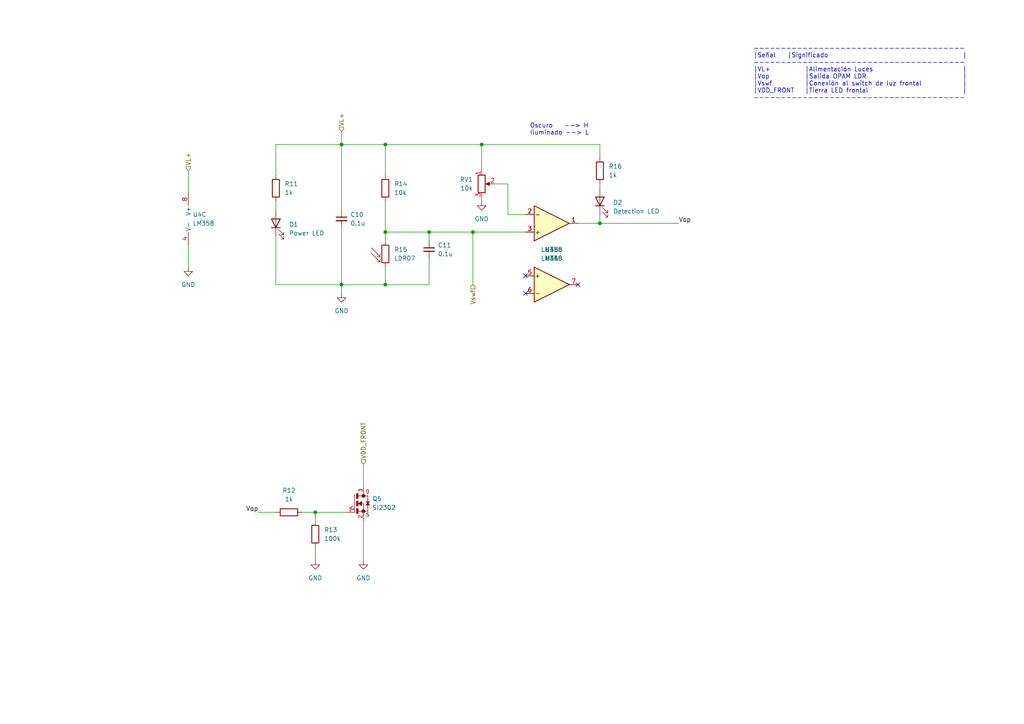
<source format=kicad_sch>
(kicad_sch (version 20230121) (generator eeschema)
  (paper "A4")
  (lib_symbols
    (symbol "Amplifier_Operational:LM358" (pin_names (offset 0.127))
      (property "Reference" "U" (at 0 5.08 0))
      (property "Value" "LM358" (at 0 -5.08 0))
      (symbol "LM358_1_1"
        (polyline (pts (xy -5.08 5.08) (xy 5.08 0) (xy -5.08 -5.08) (xy -5.08 5.08)) (stroke (width 0.254)) (fill (type background)))
        (pin output line (at 7.62 0 180) (length 2.54) (name "~") (number "1"))
        (pin input line (at -7.62 -2.54 0) (length 2.54) (name "-") (number "2"))
        (pin input line (at -7.62 2.54 0) (length 2.54) (name "+") (number "3"))
      )
      (symbol "LM358_2_1"
        (polyline (pts (xy -5.08 5.08) (xy 5.08 0) (xy -5.08 -5.08) (xy -5.08 5.08)) (stroke (width 0.254)) (fill (type background)))
        (pin input line (at -7.62 2.54 0) (length 2.54) (name "+") (number "5"))
        (pin input line (at -7.62 -2.54 0) (length 2.54) (name "-") (number "6"))
        (pin output line (at 7.62 0 180) (length 2.54) (name "~") (number "7"))
      )
      (symbol "LM358_3_1"
        (pin power_in line (at -2.54 -7.62 90) (length 3.81) (name "V-") (number "4"))
        (pin power_in line (at -2.54 7.62 270) (length 3.81) (name "V+") (number "8"))
      )
    )
    (symbol "Device:C_Small" (pin_numbers hide) (pin_names (offset 0.254) hide)
      (property "Reference" "C" (at 0.254 1.778 0))
      (property "Value" "C_Small" (at 0.254 -2.032 0))
      (symbol "C_Small_0_1"
        (polyline (pts (xy -1.524 -0.508) (xy 1.524 -0.508)) (stroke (width 0.3302)))
        (polyline (pts (xy -1.524 0.508) (xy 1.524 0.508)) (stroke (width 0.3048)))
      )
      (symbol "C_Small_1_1"
        (pin passive line (at 0 2.54 270) (length 2.032) (name "~") (number "1"))
        (pin passive line (at 0 -2.54 90) (length 2.032) (name "~") (number "2"))
      )
    )
    (symbol "Device:LED" (pin_numbers hide) (pin_names (offset 1.016) hide)
      (property "Reference" "D" (at 0 2.54 0))
      (property "Value" "LED" (at 0 -2.54 0))
      (symbol "LED_0_1"
        (polyline (pts (xy -1.27 -1.27) (xy -1.27 1.27)) (stroke (width 0.254)))
        (polyline (pts (xy -1.27 0) (xy 1.27 0)))
        (polyline (pts (xy 1.27 -1.27) (xy 1.27 1.27) (xy -1.27 0) (xy 1.27 -1.27)) (stroke (width 0.254)))
        (polyline (pts (xy -3.048 -0.762) (xy -4.572 -2.286) (xy -3.81 -2.286) (xy -4.572 -2.286) (xy -4.572 -1.524)))
        (polyline (pts (xy -1.778 -0.762) (xy -3.302 -2.286) (xy -2.54 -2.286) (xy -3.302 -2.286) (xy -3.302 -1.524)))
      )
      (symbol "LED_1_1"
        (pin passive line (at -3.81 0 0) (length 2.54) (name "K") (number "1"))
        (pin passive line (at 3.81 0 180) (length 2.54) (name "A") (number "2"))
      )
    )
    (symbol "Device:R" (pin_numbers hide) (pin_names (offset 0))
      (property "Reference" "R" (at 2.032 0 90))
      (property "Value" "R" (at 0 0 90))
      (symbol "R_0_1"
        (rectangle (start -1.016 -2.54) (end 1.016 2.54) (stroke (width 0.254)))
      )
      (symbol "R_1_1"
        (pin passive line (at 0 3.81 270) (length 1.27) (name "~") (number "1"))
        (pin passive line (at 0 -3.81 90) (length 1.27) (name "~") (number "2"))
      )
    )
    (symbol "Device:R_Potentiometer" (pin_names (offset 1.016) hide)
      (property "Reference" "RV" (at -4.445 0 90))
      (property "Value" "R_Potentiometer" (at -2.54 0 90))
      (symbol "R_Potentiometer_0_1"
        (polyline (pts (xy 2.54 0) (xy 1.524 0)))
        (polyline (pts (xy 1.143 0) (xy 2.286 0.508) (xy 2.286 -0.508) (xy 1.143 0)) (fill (type outline)))
        (rectangle (start 1.016 2.54) (end -1.016 -2.54) (stroke (width 0.254)))
      )
      (symbol "R_Potentiometer_1_1"
        (pin passive line (at 0 3.81 270) (length 1.27) (name "1") (number "1"))
        (pin passive line (at 3.81 0 180) (length 1.27) (name "2") (number "2"))
        (pin passive line (at 0 -3.81 90) (length 1.27) (name "3") (number "3"))
      )
    )
    (symbol "SI2302:SI2302" (pin_names (offset 1.016))
      (property "Reference" "Q" (at 2.5417 0 0))
      (property "Value" "SI2302" (at 2.5438 -2.5438 0))
      (symbol "SI2302_0_0"
        (rectangle (start -2.035 1.399) (end -1.524 2.921) (stroke (width 0.1)) (fill (type outline)))
        (rectangle (start -2.0335 -2.9232) (end -1.524 -1.397) (stroke (width 0.1)) (fill (type outline)))
        (rectangle (start -2.0336 -0.7626) (end -1.524 0.762) (stroke (width 0.1)) (fill (type outline)))
        (circle (center 0 -2.2225) (radius 0.127) (stroke (width 0.4064)))
        (polyline (pts (xy -2.54 -2.54) (xy -2.54 2.54)) (stroke (width 0.1524)))
        (polyline (pts (xy -1.5875 -2.2225) (xy 0 -2.2225)) (stroke (width 0.1524)))
        (polyline (pts (xy -1.5875 2.2225) (xy 0 2.2225)) (stroke (width 0.1524)))
        (polyline (pts (xy -0.508 0) (xy 0 0)) (stroke (width 0.1524)))
        (polyline (pts (xy 0 -2.2225) (xy 0 -2.54)) (stroke (width 0.1524)))
        (polyline (pts (xy 0 0) (xy 0 -2.2225)) (stroke (width 0.1524)))
        (polyline (pts (xy 0 2.2225) (xy 1.27 2.2225)) (stroke (width 0.1524)))
        (polyline (pts (xy 0 2.54) (xy 0 2.2225)) (stroke (width 0.1524)))
        (polyline (pts (xy 1.27 -2.2225) (xy 0 -2.2225)) (stroke (width 0.1524)))
        (polyline (pts (xy 1.27 2.2225) (xy 1.27 -2.2225)) (stroke (width 0.1524)))
        (polyline (pts (xy -1.524 0) (xy -0.508 0.635) (xy -0.508 -0.635) (xy -1.524 0)) (stroke (width 0.1016)) (fill (type outline)))
        (polyline (pts (xy 1.27 0.3175) (xy 0.762 -0.4445) (xy 1.778 -0.4445) (xy 1.27 0.3175)) (stroke (width 0.1524)) (fill (type outline)))
        (circle (center 0 2.2225) (radius 0.127) (stroke (width 0.4064)))
        (rectangle (start 0.7632 0.318) (end 1.778 0.5715) (stroke (width 0.1)) (fill (type outline)))
        (text "D" (at 0.6361 2.8623 0) (effects (font (size 1.0177 1.0177)) (justify left bottom)))
        (text "G" (at -3.813 -1.9065 0) (effects (font (size 1.0168 1.0168)) (justify left bottom)))
        (text "S" (at 0.6357 -3.8141 0) (effects (font (size 1.0171 1.0171)) (justify left bottom)))
        (pin passive line (at -5.08 -2.54 0) (length 2.54) (name "~") (number "1"))
        (pin passive line (at 0 -5.08 90) (length 2.54) (name "~") (number "2"))
        (pin passive line (at 0 5.08 270) (length 2.54) (name "~") (number "3"))
      )
    )
    (symbol "Sensor_Optical:LDR07" (pin_numbers hide) (pin_names (offset 0))
      (property "Reference" "R" (at -5.08 0 90))
      (property "Value" "LDR07" (at 1.905 0 90))
      (symbol "LDR07_0_1"
        (rectangle (start -1.016 2.54) (end 1.016 -2.54) (stroke (width 0.254)))
        (polyline (pts (xy -1.524 -2.286) (xy -4.064 0.254)))
        (polyline (pts (xy -1.524 -2.286) (xy -2.286 -2.286)))
        (polyline (pts (xy -1.524 -2.286) (xy -1.524 -1.524)))
        (polyline (pts (xy -1.524 -0.762) (xy -4.064 1.778)))
        (polyline (pts (xy -1.524 -0.762) (xy -2.286 -0.762)))
        (polyline (pts (xy -1.524 -0.762) (xy -1.524 0)))
      )
      (symbol "LDR07_1_1"
        (pin passive line (at 0 3.81 270) (length 1.27) (name "~") (number "1"))
        (pin passive line (at 0 -3.81 90) (length 1.27) (name "~") (number "2"))
      )
    )
    (symbol "power:GND" (power) (pin_names (offset 0))
      (property "Value" "GND" (at 0 -3.81 0))
      (symbol "GND_0_1"
        (polyline (pts (xy 0 0) (xy 0 -1.27) (xy 1.27 -1.27) (xy 0 -2.54) (xy -1.27 -1.27) (xy 0 -1.27)))
      )
      (symbol "GND_1_1"
        (pin power_in line (at 0 0 270) (length 0) hide (name "GND") (number "1"))
      )
    )
  )
  (junction (at 99.06 82.55))
  (junction (at 139.7 41.91))
  (junction (at 111.76 41.91))
  (junction (at 173.99 64.77))
  (junction (at 124.46 67.31))
  (junction (at 91.44 148.59))
  (junction (at 99.06 41.91))
  (junction (at 111.76 82.55))
  (junction (at 111.76 67.31))
  (junction (at 137.16 67.31))
  (no_connect (at 152.4 80.01))
  (no_connect (at 152.4 85.09))
  (no_connect (at 167.64 82.55))
  (wire (pts (xy 111.76 41.91) (xy 139.7 41.91)))
  (wire (pts (xy 139.7 57.15) (xy 139.7 58.42)))
  (wire (pts (xy 173.99 62.23) (xy 173.99 64.77)))
  (wire (pts (xy 99.06 82.55) (xy 99.06 85.09)))
  (wire (pts (xy 147.32 62.23) (xy 147.32 53.34)))
  (wire (pts (xy 99.06 82.55) (xy 111.76 82.55)))
  (wire (pts (xy 91.44 158.75) (xy 91.44 162.56)))
  (wire (pts (xy 173.99 53.34) (xy 173.99 54.61)))
  (wire (pts (xy 124.46 74.93) (xy 124.46 82.55)))
  (wire (pts (xy 137.16 67.31) (xy 137.16 82.55)))
  (wire (pts (xy 173.99 64.77) (xy 196.85 64.77)))
  (wire (pts (xy 91.44 148.59) (xy 100.33 148.59)))
  (wire (pts (xy 80.01 50.8) (xy 80.01 41.91)))
  (wire (pts (xy 111.76 67.31) (xy 124.46 67.31)))
  (wire (pts (xy 139.7 41.91) (xy 173.99 41.91)))
  (wire (pts (xy 111.76 41.91) (xy 111.76 50.8)))
  (wire (pts (xy 54.61 71.12) (xy 54.61 77.47)))
  (wire (pts (xy 54.61 49.53) (xy 54.61 55.88)))
  (wire (pts (xy 74.93 148.59) (xy 80.01 148.59)))
  (wire (pts (xy 80.01 68.58) (xy 80.01 82.55)))
  (wire (pts (xy 167.64 64.77) (xy 173.99 64.77)))
  (wire (pts (xy 105.41 151.13) (xy 105.41 162.56)))
  (wire (pts (xy 139.7 41.91) (xy 139.7 49.53)))
  (wire (pts (xy 91.44 148.59) (xy 91.44 151.13)))
  (wire (pts (xy 80.01 58.42) (xy 80.01 60.96)))
  (wire (pts (xy 99.06 66.04) (xy 99.06 82.55)))
  (wire (pts (xy 111.76 82.55) (xy 111.76 77.47)))
  (wire (pts (xy 147.32 62.23) (xy 152.4 62.23)))
  (wire (pts (xy 80.01 41.91) (xy 99.06 41.91)))
  (wire (pts (xy 87.63 148.59) (xy 91.44 148.59)))
  (wire (pts (xy 99.06 60.96) (xy 99.06 41.91)))
  (wire (pts (xy 147.32 53.34) (xy 143.51 53.34)))
  (wire (pts (xy 124.46 69.85) (xy 124.46 67.31)))
  (wire (pts (xy 111.76 69.85) (xy 111.76 67.31)))
  (wire (pts (xy 99.06 38.1) (xy 99.06 41.91)))
  (wire (pts (xy 99.06 41.91) (xy 111.76 41.91)))
  (wire (pts (xy 80.01 82.55) (xy 99.06 82.55)))
  (wire (pts (xy 111.76 58.42) (xy 111.76 67.31)))
  (wire (pts (xy 137.16 67.31) (xy 152.4 67.31)))
  (wire (pts (xy 124.46 67.31) (xy 137.16 67.31)))
  (wire (pts (xy 124.46 82.55) (xy 111.76 82.55)))
  (wire (pts (xy 105.41 134.62) (xy 105.41 140.97)))
  (wire (pts (xy 173.99 41.91) (xy 173.99 45.72)))
  (text "Oscuro 	--> H\nIluminado --> L\n" (at 153.67 39.37 0) (effects (font (size 1.27 1.27)) (justify left bottom)))
  (text "---------------------------------------\n|Señal	|Significado							|\n---------------------------------------\n|VL+ 		|Alimentación Luces					|\n|Vop		|Salida OPAM LDR					|\n|Vswf		|Conexión al switch de luz frontal	|\n|VDD_FRONT	|Tierra LED frontal					|\n---------------------------------------" (at 218.44 29.21 0) (effects (font (size 1.27 1.27)) (justify left bottom)))
  (label "Vop" (at 74.93 148.59 180))
  (label "Vop" (at 196.85 64.77 0))
  (hierarchical_label "VDD_FRONT" (shape input) (at 105.41 134.62 90))
  (hierarchical_label "VL+" (shape input) (at 54.61 49.53 90))
  (hierarchical_label "Vswf" (shape input) (at 137.16 82.55 270))
  (hierarchical_label "VL+" (shape input) (at 99.06 38.1 90))
  (symbol (lib_id "Device:R") (at 91.44 154.94 0) (unit 1)
    (property "Reference" "R13" (at 93.98 153.67 0) (effects (justify left)))
    (property "Value" "100k" (at 93.98 156.21 0) (effects (justify left)))
    (property "Footprint" "Resistor_SMD:R_0805_2012Metric_Pad1.20x1.40mm_HandSolder" (effects hide))
  )
  (symbol (lib_id "Amplifier_Operational:LM358") (at 57.15 63.5 0) (unit 3)
    (property "Reference" "U4" (at 55.88 62.23 0) (effects (justify left)))
    (property "Value" "LM358" (at 55.88 64.77 0) (effects (justify left)))
    (property "Footprint" "Package_SO:SO-8_3.9x4.9mm_P1.27mm" (effects hide))
    (property "Datasheet" "http://www.ti.com/lit/ds/symlink/lm2904-n.pdf" (effects hide))
  )
  (symbol (lib_id "Device:R") (at 80.01 54.61 0) (unit 1)
    (property "Reference" "R11" (at 82.55 53.34 0) (effects (justify left)))
    (property "Value" "1k" (at 82.55 55.88 0) (effects (justify left)))
    (property "Footprint" "Resistor_SMD:R_0805_2012Metric_Pad1.20x1.40mm_HandSolder" (effects hide))
  )
  (symbol (lib_id "Device:LED") (at 173.99 58.42 90) (unit 1)
    (property "Reference" "D2" (at 177.8 58.7375 90) (effects (justify right)))
    (property "Value" "Detection LED" (at 177.8 61.2775 90) (effects (justify right)))
    (property "Footprint" "LED_SMD:LED_1206_3216Metric_Pad1.42x1.75mm_HandSolder" (effects hide))
  )
  (symbol (lib_id "Device:R") (at 83.82 148.59 90) (unit 1)
    (property "Reference" "R12" (at 83.82 142.24 90))
    (property "Value" "1k" (at 83.82 144.78 90))
    (property "Footprint" "Resistor_SMD:R_0805_2012Metric_Pad1.20x1.40mm_HandSolder" (effects hide))
  )
  (symbol (lib_id "power:GND") (at 91.44 162.56 0) (unit 1)
    (property "Reference" "#PWR022" (effects hide))
    (property "Value" "GND" (at 91.44 167.64 0))
  )
  (symbol (lib_id "power:GND") (at 99.06 85.09 0) (unit 1)
    (property "Reference" "#PWR023" (effects hide))
    (property "Value" "GND" (at 99.06 90.17 0))
  )
  (symbol (lib_id "Device:R") (at 111.76 54.61 0) (unit 1)
    (property "Reference" "R14" (at 114.3 53.34 0) (effects (justify left)))
    (property "Value" "10k" (at 114.3 55.88 0) (effects (justify left)))
    (property "Footprint" "Resistor_SMD:R_0805_2012Metric_Pad1.20x1.40mm_HandSolder" (effects hide))
  )
  (symbol (lib_id "power:GND") (at 54.61 77.47 0) (unit 1)
    (property "Reference" "#PWR021" (effects hide))
    (property "Value" "GND" (at 54.61 82.55 0))
  )
  (symbol (lib_id "Device:R") (at 173.99 49.53 0) (unit 1)
    (property "Reference" "R16" (at 176.53 48.26 0) (effects (justify left)))
    (property "Value" "1k" (at 176.53 50.8 0) (effects (justify left)))
    (property "Footprint" "Resistor_SMD:R_0805_2012Metric_Pad1.20x1.40mm_HandSolder" (effects hide))
  )
  (symbol (lib_id "SI2302:SI2302") (at 105.41 146.05 0) (unit 1)
    (property "Reference" "Q5" (at 107.95 144.6751 0) (effects (justify left)))
    (property "Value" "SI2302" (at 107.95 147.2151 0) (effects (justify left)))
    (property "Footprint" "Package_TO_SOT_SMD:SOT-23" (effects hide))
    (property "MF" "Micro Commercial Components (MCC)" (effects hide))
    (property "Description" "\nN-Channel 20V 2.6A (Ta) 710mW (Ta) Surface Mount SOT-23-3 (TO-236)\n" (effects hide))
    (property "Package" "TO-236-3 Micro Commercial Components (MCC)" (effects hide))
    (property "Price" "None" (effects hide))
    (property "SnapEDA_Link" "https://www.snapeda.com/parts/SI2302/Micro+Commercial+Components/view-part/?ref=snap" (effects hide))
    (property "MP" "SI2302" (effects hide))
    (property "Availability" "Not in stock" (effects hide))
    (property "Check_prices" "https://www.snapeda.com/parts/SI2302/Micro+Commercial+Components/view-part/?ref=eda" (effects hide))
  )
  (symbol (lib_id "Amplifier_Operational:LM358") (at 160.02 64.77 0) (mirror x) (unit 1)
    (property "Reference" "U4" (at 160.02 74.93 0))
    (property "Value" "LM358" (at 160.02 72.39 0))
    (property "Footprint" "Package_SO:SO-8_3.9x4.9mm_P1.27mm" (effects hide))
    (property "Datasheet" "http://www.ti.com/lit/ds/symlink/lm2904-n.pdf" (effects hide))
  )
  (symbol (lib_id "Device:C_Small") (at 124.46 72.39 0) (unit 1)
    (property "Reference" "C11" (at 127 71.1263 0) (effects (justify left)))
    (property "Value" "0.1u" (at 127 73.6663 0) (effects (justify left)))
    (property "Footprint" "Capacitor_SMD:C_0805_2012Metric_Pad1.18x1.45mm_HandSolder" (effects hide))
  )
  (symbol (lib_id "Sensor_Optical:LDR07") (at 111.76 73.66 0) (unit 1)
    (property "Reference" "R15" (at 114.3 72.39 0) (effects (justify left)))
    (property "Value" "LDR07" (at 114.3 74.93 0) (effects (justify left)))
    (property "Footprint" "OptoDevice:R_LDR_5.1x4.3mm_P3.4mm_Vertical" (effects hide))
    (property "Datasheet" "http://www.tme.eu/de/Document/f2e3ad76a925811312d226c31da4cd7e/LDR07.pdf" (effects hide))
  )
  (symbol (lib_id "power:GND") (at 105.41 162.56 0) (unit 1)
    (property "Reference" "#PWR024" (effects hide))
    (property "Value" "GND" (at 105.41 167.64 0))
  )
  (symbol (lib_id "Amplifier_Operational:LM358") (at 160.02 82.55 0) (unit 2)
    (property "Reference" "U4" (at 160.02 72.39 0))
    (property "Value" "LM358" (at 160.02 74.93 0))
    (property "Footprint" "Package_SO:SO-8_3.9x4.9mm_P1.27mm" (effects hide))
    (property "Datasheet" "http://www.ti.com/lit/ds/symlink/lm2904-n.pdf" (effects hide))
  )
  (symbol (lib_id "Device:R_Potentiometer") (at 139.7 53.34 0) (unit 1)
    (property "Reference" "RV1" (at 137.16 52.07 0) (effects (justify right)))
    (property "Value" "10k" (at 137.16 54.61 0) (effects (justify right)))
    (property "Footprint" "Potentiometer_THT:Potentiometer_Bourns_3386P_Vertical" (effects hide))
  )
  (symbol (lib_id "Device:C_Small") (at 99.06 63.5 0) (unit 1)
    (property "Reference" "C10" (at 101.6 62.2363 0) (effects (justify left)))
    (property "Value" "0.1u" (at 101.6 64.7763 0) (effects (justify left)))
    (property "Footprint" "Capacitor_SMD:C_0805_2012Metric_Pad1.18x1.45mm_HandSolder" (effects hide))
  )
  (symbol (lib_id "power:GND") (at 139.7 58.42 0) (unit 1)
    (property "Reference" "#PWR025" (effects hide))
    (property "Value" "GND" (at 139.7 63.5 0))
  )
  (symbol (lib_id "Device:LED") (at 80.01 64.77 90) (unit 1)
    (property "Reference" "D1" (at 83.82 65.0875 90) (effects (justify right)))
    (property "Value" "Power LED" (at 83.82 67.6275 90) (effects (justify right)))
    (property "Footprint" "LED_SMD:LED_1206_3216Metric_Pad1.42x1.75mm_HandSolder" (effects hide))
  )
)
</source>
